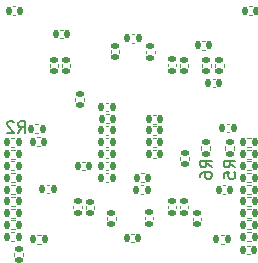
<source format=gbr>
%TF.GenerationSoftware,KiCad,Pcbnew,6.0.10-86aedd382b~118~ubuntu20.04.1*%
%TF.CreationDate,2023-03-05T00:00:34-08:00*%
%TF.ProjectId,ep2c35_trial,65703263-3335-45f7-9472-69616c2e6b69,rev?*%
%TF.SameCoordinates,Original*%
%TF.FileFunction,Legend,Bot*%
%TF.FilePolarity,Positive*%
%FSLAX46Y46*%
G04 Gerber Fmt 4.6, Leading zero omitted, Abs format (unit mm)*
G04 Created by KiCad (PCBNEW 6.0.10-86aedd382b~118~ubuntu20.04.1) date 2023-03-05 00:00:34*
%MOMM*%
%LPD*%
G01*
G04 APERTURE LIST*
G04 Aperture macros list*
%AMRoundRect*
0 Rectangle with rounded corners*
0 $1 Rounding radius*
0 $2 $3 $4 $5 $6 $7 $8 $9 X,Y pos of 4 corners*
0 Add a 4 corners polygon primitive as box body*
4,1,4,$2,$3,$4,$5,$6,$7,$8,$9,$2,$3,0*
0 Add four circle primitives for the rounded corners*
1,1,$1+$1,$2,$3*
1,1,$1+$1,$4,$5*
1,1,$1+$1,$6,$7*
1,1,$1+$1,$8,$9*
0 Add four rect primitives between the rounded corners*
20,1,$1+$1,$2,$3,$4,$5,0*
20,1,$1+$1,$4,$5,$6,$7,0*
20,1,$1+$1,$6,$7,$8,$9,0*
20,1,$1+$1,$8,$9,$2,$3,0*%
G04 Aperture macros list end*
%ADD10C,0.150000*%
%ADD11C,0.120000*%
%ADD12R,1.700000X1.700000*%
%ADD13O,1.700000X1.700000*%
%ADD14R,1.000000X1.000000*%
%ADD15O,1.000000X1.000000*%
%ADD16C,0.460000*%
%ADD17O,0.900000X1.800000*%
%ADD18RoundRect,0.140000X-0.140000X-0.170000X0.140000X-0.170000X0.140000X0.170000X-0.140000X0.170000X0*%
%ADD19RoundRect,0.135000X0.135000X0.185000X-0.135000X0.185000X-0.135000X-0.185000X0.135000X-0.185000X0*%
%ADD20RoundRect,0.135000X-0.135000X-0.185000X0.135000X-0.185000X0.135000X0.185000X-0.135000X0.185000X0*%
%ADD21RoundRect,0.140000X0.170000X-0.140000X0.170000X0.140000X-0.170000X0.140000X-0.170000X-0.140000X0*%
%ADD22RoundRect,0.140000X0.140000X0.170000X-0.140000X0.170000X-0.140000X-0.170000X0.140000X-0.170000X0*%
%ADD23RoundRect,0.140000X-0.170000X0.140000X-0.170000X-0.140000X0.170000X-0.140000X0.170000X0.140000X0*%
%ADD24RoundRect,0.135000X-0.185000X0.135000X-0.185000X-0.135000X0.185000X-0.135000X0.185000X0.135000X0*%
G04 APERTURE END LIST*
D10*
%TO.C,R5*%
X153352380Y-84133333D02*
X152876190Y-83800000D01*
X153352380Y-83561904D02*
X152352380Y-83561904D01*
X152352380Y-83942857D01*
X152400000Y-84038095D01*
X152447619Y-84085714D01*
X152542857Y-84133333D01*
X152685714Y-84133333D01*
X152780952Y-84085714D01*
X152828571Y-84038095D01*
X152876190Y-83942857D01*
X152876190Y-83561904D01*
X152352380Y-85038095D02*
X152352380Y-84561904D01*
X152828571Y-84514285D01*
X152780952Y-84561904D01*
X152733333Y-84657142D01*
X152733333Y-84895238D01*
X152780952Y-84990476D01*
X152828571Y-85038095D01*
X152923809Y-85085714D01*
X153161904Y-85085714D01*
X153257142Y-85038095D01*
X153304761Y-84990476D01*
X153352380Y-84895238D01*
X153352380Y-84657142D01*
X153304761Y-84561904D01*
X153257142Y-84514285D01*
%TO.C,R6*%
X151352380Y-84123333D02*
X150876190Y-83790000D01*
X151352380Y-83551904D02*
X150352380Y-83551904D01*
X150352380Y-83932857D01*
X150400000Y-84028095D01*
X150447619Y-84075714D01*
X150542857Y-84123333D01*
X150685714Y-84123333D01*
X150780952Y-84075714D01*
X150828571Y-84028095D01*
X150876190Y-83932857D01*
X150876190Y-83551904D01*
X150352380Y-84980476D02*
X150352380Y-84790000D01*
X150400000Y-84694761D01*
X150447619Y-84647142D01*
X150590476Y-84551904D01*
X150780952Y-84504285D01*
X151161904Y-84504285D01*
X151257142Y-84551904D01*
X151304761Y-84599523D01*
X151352380Y-84694761D01*
X151352380Y-84885238D01*
X151304761Y-84980476D01*
X151257142Y-85028095D01*
X151161904Y-85075714D01*
X150923809Y-85075714D01*
X150828571Y-85028095D01*
X150780952Y-84980476D01*
X150733333Y-84885238D01*
X150733333Y-84694761D01*
X150780952Y-84599523D01*
X150828571Y-84551904D01*
X150923809Y-84504285D01*
%TO.C,R2*%
X134966666Y-81202380D02*
X135300000Y-80726190D01*
X135538095Y-81202380D02*
X135538095Y-80202380D01*
X135157142Y-80202380D01*
X135061904Y-80250000D01*
X135014285Y-80297619D01*
X134966666Y-80392857D01*
X134966666Y-80535714D01*
X135014285Y-80630952D01*
X135061904Y-80678571D01*
X135157142Y-80726190D01*
X135538095Y-80726190D01*
X134585714Y-80297619D02*
X134538095Y-80250000D01*
X134442857Y-80202380D01*
X134204761Y-80202380D01*
X134109523Y-80250000D01*
X134061904Y-80297619D01*
X134014285Y-80392857D01*
X134014285Y-80488095D01*
X134061904Y-80630952D01*
X134633333Y-81202380D01*
X134014285Y-81202380D01*
D11*
%TO.C,C67*%
X154522164Y-71210000D02*
X154737836Y-71210000D01*
X154522164Y-70490000D02*
X154737836Y-70490000D01*
%TO.C,R24*%
X134663641Y-86620000D02*
X134356359Y-86620000D01*
X134663641Y-87380000D02*
X134356359Y-87380000D01*
%TO.C,R23*%
X134663641Y-87620000D02*
X134356359Y-87620000D01*
X134663641Y-88380000D02*
X134356359Y-88380000D01*
%TO.C,R30*%
X134643641Y-81620000D02*
X134336359Y-81620000D01*
X134643641Y-82380000D02*
X134336359Y-82380000D01*
%TO.C,R14*%
X154336359Y-86380000D02*
X154643641Y-86380000D01*
X154336359Y-85620000D02*
X154643641Y-85620000D01*
%TO.C,C70*%
X140510000Y-78477836D02*
X140510000Y-78262164D01*
X139790000Y-78477836D02*
X139790000Y-78262164D01*
%TO.C,R12*%
X154336359Y-83620000D02*
X154643641Y-83620000D01*
X154336359Y-84380000D02*
X154643641Y-84380000D01*
%TO.C,C46*%
X146627836Y-81640000D02*
X146412164Y-81640000D01*
X146627836Y-82360000D02*
X146412164Y-82360000D01*
%TO.C,C58*%
X146410000Y-88292164D02*
X146410000Y-88507836D01*
X145690000Y-88292164D02*
X145690000Y-88507836D01*
%TO.C,C68*%
X152827836Y-80440000D02*
X152612164Y-80440000D01*
X152827836Y-81160000D02*
X152612164Y-81160000D01*
%TO.C,R26*%
X134663641Y-84620000D02*
X134356359Y-84620000D01*
X134663641Y-85380000D02*
X134356359Y-85380000D01*
%TO.C,C39*%
X142597836Y-83640000D02*
X142382164Y-83640000D01*
X142597836Y-84360000D02*
X142382164Y-84360000D01*
%TO.C,C43*%
X142597836Y-85360000D02*
X142382164Y-85360000D01*
X142597836Y-84640000D02*
X142382164Y-84640000D01*
%TO.C,C57*%
X140372164Y-84360000D02*
X140587836Y-84360000D01*
X140372164Y-83640000D02*
X140587836Y-83640000D01*
%TO.C,C66*%
X138737836Y-73210000D02*
X138522164Y-73210000D01*
X138737836Y-72490000D02*
X138522164Y-72490000D01*
%TO.C,R20*%
X154336359Y-81620000D02*
X154643641Y-81620000D01*
X154336359Y-82380000D02*
X154643641Y-82380000D01*
%TO.C,R22*%
X134663641Y-88620000D02*
X134356359Y-88620000D01*
X134663641Y-89380000D02*
X134356359Y-89380000D01*
%TO.C,R28*%
X134663641Y-83380000D02*
X134356359Y-83380000D01*
X134663641Y-82620000D02*
X134356359Y-82620000D01*
%TO.C,R27*%
X134643641Y-84380000D02*
X134336359Y-84380000D01*
X134643641Y-83620000D02*
X134336359Y-83620000D01*
%TO.C,C31*%
X138640000Y-75412164D02*
X138640000Y-75627836D01*
X139360000Y-75412164D02*
X139360000Y-75627836D01*
%TO.C,C37*%
X142382164Y-81360000D02*
X142597836Y-81360000D01*
X142382164Y-80640000D02*
X142597836Y-80640000D01*
%TO.C,C62*%
X151627836Y-77360000D02*
X151412164Y-77360000D01*
X151627836Y-76640000D02*
X151412164Y-76640000D01*
%TO.C,C60*%
X134727836Y-70490000D02*
X134512164Y-70490000D01*
X134727836Y-71210000D02*
X134512164Y-71210000D01*
%TO.C,C50*%
X134640000Y-91627836D02*
X134640000Y-91412164D01*
X135360000Y-91627836D02*
X135360000Y-91412164D01*
%TO.C,C42*%
X142382164Y-82360000D02*
X142597836Y-82360000D01*
X142382164Y-81640000D02*
X142597836Y-81640000D01*
%TO.C,C61*%
X150562164Y-74160000D02*
X150777836Y-74160000D01*
X150562164Y-73440000D02*
X150777836Y-73440000D01*
%TO.C,C1*%
X148640000Y-75587836D02*
X148640000Y-75372164D01*
X149360000Y-75587836D02*
X149360000Y-75372164D01*
%TO.C,C45*%
X146627836Y-80640000D02*
X146412164Y-80640000D01*
X146627836Y-81360000D02*
X146412164Y-81360000D01*
%TO.C,C44*%
X146627836Y-79690000D02*
X146412164Y-79690000D01*
X146627836Y-80410000D02*
X146412164Y-80410000D01*
%TO.C,C36*%
X139640000Y-87372164D02*
X139640000Y-87587836D01*
X140360000Y-87372164D02*
X140360000Y-87587836D01*
%TO.C,C54*%
X137372164Y-86310000D02*
X137587836Y-86310000D01*
X137372164Y-85590000D02*
X137587836Y-85590000D01*
%TO.C,C59*%
X148690000Y-83477836D02*
X148690000Y-83262164D01*
X149410000Y-83477836D02*
X149410000Y-83262164D01*
%TO.C,R18*%
X154336359Y-89620000D02*
X154643641Y-89620000D01*
X154336359Y-90380000D02*
X154643641Y-90380000D01*
%TO.C,C55*%
X143210000Y-88322164D02*
X143210000Y-88537836D01*
X142490000Y-88322164D02*
X142490000Y-88537836D01*
%TO.C,C63*%
X143510000Y-74437836D02*
X143510000Y-74222164D01*
X142790000Y-74437836D02*
X142790000Y-74222164D01*
%TO.C,C64*%
X145790000Y-74457836D02*
X145790000Y-74242164D01*
X146510000Y-74457836D02*
X146510000Y-74242164D01*
%TO.C,C33*%
X148360000Y-87372164D02*
X148360000Y-87587836D01*
X147640000Y-87372164D02*
X147640000Y-87587836D01*
%TO.C,C53*%
X152292164Y-86360000D02*
X152507836Y-86360000D01*
X152292164Y-85640000D02*
X152507836Y-85640000D01*
%TO.C,C51*%
X154577836Y-90740000D02*
X154362164Y-90740000D01*
X154577836Y-91460000D02*
X154362164Y-91460000D01*
%TO.C,C2*%
X147640000Y-75577836D02*
X147640000Y-75362164D01*
X148360000Y-75577836D02*
X148360000Y-75362164D01*
%TO.C,R21*%
X134643641Y-89620000D02*
X134336359Y-89620000D01*
X134643641Y-90380000D02*
X134336359Y-90380000D01*
%TO.C,C40*%
X142392164Y-79640000D02*
X142607836Y-79640000D01*
X142392164Y-80360000D02*
X142607836Y-80360000D01*
%TO.C,C34*%
X149360000Y-87372164D02*
X149360000Y-87587836D01*
X148640000Y-87372164D02*
X148640000Y-87587836D01*
%TO.C,R17*%
X154336359Y-88620000D02*
X154643641Y-88620000D01*
X154336359Y-89380000D02*
X154643641Y-89380000D01*
%TO.C,R16*%
X154336359Y-87620000D02*
X154643641Y-87620000D01*
X154336359Y-88380000D02*
X154643641Y-88380000D01*
%TO.C,R5*%
X152470000Y-82336359D02*
X152470000Y-82643641D01*
X153230000Y-82336359D02*
X153230000Y-82643641D01*
%TO.C,C49*%
X145342164Y-85640000D02*
X145557836Y-85640000D01*
X145342164Y-86360000D02*
X145557836Y-86360000D01*
%TO.C,R11*%
X154336359Y-82620000D02*
X154643641Y-82620000D01*
X154336359Y-83380000D02*
X154643641Y-83380000D01*
%TO.C,R6*%
X151230000Y-82336359D02*
X151230000Y-82643641D01*
X150470000Y-82336359D02*
X150470000Y-82643641D01*
%TO.C,R2*%
X136356359Y-80470000D02*
X136663641Y-80470000D01*
X136356359Y-81230000D02*
X136663641Y-81230000D01*
%TO.C,C35*%
X140690000Y-87392164D02*
X140690000Y-87607836D01*
X141410000Y-87392164D02*
X141410000Y-87607836D01*
%TO.C,C3*%
X150540000Y-75587836D02*
X150540000Y-75372164D01*
X151260000Y-75587836D02*
X151260000Y-75372164D01*
%TO.C,R15*%
X154336359Y-86620000D02*
X154643641Y-86620000D01*
X154336359Y-87380000D02*
X154643641Y-87380000D01*
%TO.C,C69*%
X144522164Y-89740000D02*
X144737836Y-89740000D01*
X144522164Y-90460000D02*
X144737836Y-90460000D01*
%TO.C,C38*%
X142587836Y-78640000D02*
X142372164Y-78640000D01*
X142587836Y-79360000D02*
X142372164Y-79360000D01*
%TO.C,C4*%
X152360000Y-75587836D02*
X152360000Y-75372164D01*
X151640000Y-75587836D02*
X151640000Y-75372164D01*
%TO.C,C65*%
X144572164Y-72840000D02*
X144787836Y-72840000D01*
X144572164Y-73560000D02*
X144787836Y-73560000D01*
%TO.C,C56*%
X136562164Y-81590000D02*
X136777836Y-81590000D01*
X136562164Y-82310000D02*
X136777836Y-82310000D01*
%TO.C,R25*%
X134663641Y-85620000D02*
X134356359Y-85620000D01*
X134663641Y-86380000D02*
X134356359Y-86380000D01*
%TO.C,R19*%
X152086359Y-90580000D02*
X152393641Y-90580000D01*
X152086359Y-89820000D02*
X152393641Y-89820000D01*
%TO.C,C48*%
X145372164Y-84640000D02*
X145587836Y-84640000D01*
X145372164Y-85360000D02*
X145587836Y-85360000D01*
%TO.C,R13*%
X154336359Y-84620000D02*
X154643641Y-84620000D01*
X154336359Y-85380000D02*
X154643641Y-85380000D01*
%TO.C,C32*%
X137640000Y-75372164D02*
X137640000Y-75587836D01*
X138360000Y-75372164D02*
X138360000Y-75587836D01*
%TO.C,C47*%
X146627836Y-83360000D02*
X146412164Y-83360000D01*
X146627836Y-82640000D02*
X146412164Y-82640000D01*
%TO.C,R29*%
X136893641Y-89820000D02*
X136586359Y-89820000D01*
X136893641Y-90580000D02*
X136586359Y-90580000D01*
%TO.C,C52*%
X150460000Y-88587836D02*
X150460000Y-88372164D01*
X149740000Y-88587836D02*
X149740000Y-88372164D01*
%TO.C,C41*%
X142382164Y-83360000D02*
X142597836Y-83360000D01*
X142382164Y-82640000D02*
X142597836Y-82640000D01*
%TD*%
%LPC*%
D12*
%TO.C,J6*%
X129950000Y-67925000D03*
D13*
X129950000Y-65385000D03*
%TD*%
D14*
%TO.C,J2*%
X171150000Y-101650000D03*
D15*
X171150000Y-102920000D03*
X169880000Y-101650000D03*
X169880000Y-102920000D03*
X168610000Y-101650000D03*
X168610000Y-102920000D03*
X167340000Y-101650000D03*
X167340000Y-102920000D03*
X166070000Y-101650000D03*
X166070000Y-102920000D03*
X164800000Y-101650000D03*
X164800000Y-102920000D03*
X163530000Y-101650000D03*
X163530000Y-102920000D03*
X162260000Y-101650000D03*
X162260000Y-102920000D03*
X160990000Y-101650000D03*
X160990000Y-102920000D03*
X159720000Y-101650000D03*
X159720000Y-102920000D03*
X158450000Y-101650000D03*
X158450000Y-102920000D03*
X157180000Y-101650000D03*
X157180000Y-102920000D03*
X155910000Y-101650000D03*
X155910000Y-102920000D03*
X154640000Y-101650000D03*
X154640000Y-102920000D03*
X153370000Y-101650000D03*
X153370000Y-102920000D03*
X152100000Y-101650000D03*
X152100000Y-102920000D03*
X150830000Y-101650000D03*
X150830000Y-102920000D03*
X149560000Y-101650000D03*
X149560000Y-102920000D03*
X148290000Y-101650000D03*
X148290000Y-102920000D03*
X147020000Y-101650000D03*
X147020000Y-102920000D03*
X145750000Y-101650000D03*
X145750000Y-102920000D03*
%TD*%
D12*
%TO.C,J9*%
X170000000Y-76400000D03*
D13*
X170000000Y-73860000D03*
%TD*%
D12*
%TO.C,J3*%
X180900000Y-100200000D03*
D13*
X183440000Y-100200000D03*
X180900000Y-97660000D03*
X183440000Y-97660000D03*
X180900000Y-95120000D03*
X183440000Y-95120000D03*
X180900000Y-92580000D03*
X183440000Y-92580000D03*
X180900000Y-90040000D03*
X183440000Y-90040000D03*
X180900000Y-87500000D03*
X183440000Y-87500000D03*
X180900000Y-84960000D03*
X183440000Y-84960000D03*
X180900000Y-82420000D03*
X183440000Y-82420000D03*
X180900000Y-79880000D03*
X183440000Y-79880000D03*
X180900000Y-77340000D03*
X183440000Y-77340000D03*
X180900000Y-74800000D03*
X183440000Y-74800000D03*
X180900000Y-72260000D03*
X183440000Y-72260000D03*
X180900000Y-69720000D03*
X183440000Y-69720000D03*
X180900000Y-67180000D03*
X183440000Y-67180000D03*
X180900000Y-64640000D03*
X183440000Y-64640000D03*
X180900000Y-62100000D03*
X183440000Y-62100000D03*
X180900000Y-59560000D03*
X183440000Y-59560000D03*
X180900000Y-57020000D03*
X183440000Y-57020000D03*
X180900000Y-54480000D03*
X183440000Y-54480000D03*
X180900000Y-51940000D03*
X183440000Y-51940000D03*
%TD*%
D12*
%TO.C,J5*%
X129500000Y-49300000D03*
D13*
X129500000Y-51840000D03*
X126960000Y-49300000D03*
X126960000Y-51840000D03*
X124420000Y-49300000D03*
X124420000Y-51840000D03*
X121880000Y-49300000D03*
X121880000Y-51840000D03*
X119340000Y-49300000D03*
X119340000Y-51840000D03*
%TD*%
D14*
%TO.C,J1*%
X143210000Y-101650000D03*
D15*
X143210000Y-102920000D03*
X141940000Y-101650000D03*
X141940000Y-102920000D03*
X140670000Y-101650000D03*
X140670000Y-102920000D03*
X139400000Y-101650000D03*
X139400000Y-102920000D03*
X138130000Y-101650000D03*
X138130000Y-102920000D03*
X136860000Y-101650000D03*
X136860000Y-102920000D03*
X135590000Y-101650000D03*
X135590000Y-102920000D03*
X134320000Y-101650000D03*
X134320000Y-102920000D03*
X133050000Y-101650000D03*
X133050000Y-102920000D03*
X131780000Y-101650000D03*
X131780000Y-102920000D03*
X130510000Y-101650000D03*
X130510000Y-102920000D03*
X129240000Y-101650000D03*
X129240000Y-102920000D03*
X127970000Y-101650000D03*
X127970000Y-102920000D03*
X126700000Y-101650000D03*
X126700000Y-102920000D03*
X125430000Y-101650000D03*
X125430000Y-102920000D03*
X124160000Y-101650000D03*
X124160000Y-102920000D03*
X122890000Y-101650000D03*
X122890000Y-102920000D03*
X121620000Y-101650000D03*
X121620000Y-102920000D03*
X120350000Y-101650000D03*
X120350000Y-102920000D03*
X119080000Y-101650000D03*
X119080000Y-102920000D03*
X117810000Y-101650000D03*
X117810000Y-102920000D03*
%TD*%
D16*
%TO.C,U2*%
X118850000Y-64783750D03*
X118900000Y-68883750D03*
X120950000Y-64783750D03*
X123100000Y-68883750D03*
X125150000Y-64783750D03*
X123100000Y-70833750D03*
X123050000Y-64783750D03*
X125200000Y-68883750D03*
X121000000Y-68883750D03*
X125200000Y-70833750D03*
X125200000Y-66733750D03*
X121000000Y-66733750D03*
X123100000Y-66733750D03*
X118900000Y-66733750D03*
X121000000Y-70833750D03*
X118900000Y-70833750D03*
%TD*%
D12*
%TO.C,J8*%
X166000000Y-73900000D03*
D13*
X166000000Y-76440000D03*
%TD*%
D17*
%TO.C,J4*%
X150725000Y-48650000D03*
X138175000Y-48650000D03*
%TD*%
D12*
%TO.C,J7*%
X169200000Y-61230000D03*
D13*
X169200000Y-58690000D03*
%TD*%
D18*
%TO.C,C67*%
X154150000Y-70850000D03*
X155110000Y-70850000D03*
%TD*%
D19*
%TO.C,R24*%
X135020000Y-87000000D03*
X134000000Y-87000000D03*
%TD*%
%TO.C,R23*%
X135020000Y-88000000D03*
X134000000Y-88000000D03*
%TD*%
%TO.C,R30*%
X135000000Y-82000000D03*
X133980000Y-82000000D03*
%TD*%
D20*
%TO.C,R14*%
X153980000Y-86000000D03*
X155000000Y-86000000D03*
%TD*%
D21*
%TO.C,C70*%
X140150000Y-78850000D03*
X140150000Y-77890000D03*
%TD*%
D20*
%TO.C,R12*%
X153980000Y-84000000D03*
X155000000Y-84000000D03*
%TD*%
D22*
%TO.C,C46*%
X147000000Y-82000000D03*
X146040000Y-82000000D03*
%TD*%
D23*
%TO.C,C58*%
X146050000Y-87920000D03*
X146050000Y-88880000D03*
%TD*%
D22*
%TO.C,C68*%
X153200000Y-80800000D03*
X152240000Y-80800000D03*
%TD*%
D19*
%TO.C,R26*%
X135020000Y-85000000D03*
X134000000Y-85000000D03*
%TD*%
D22*
%TO.C,C39*%
X142970000Y-84000000D03*
X142010000Y-84000000D03*
%TD*%
%TO.C,C43*%
X142970000Y-85000000D03*
X142010000Y-85000000D03*
%TD*%
D18*
%TO.C,C57*%
X140000000Y-84000000D03*
X140960000Y-84000000D03*
%TD*%
D22*
%TO.C,C66*%
X139110000Y-72850000D03*
X138150000Y-72850000D03*
%TD*%
D20*
%TO.C,R20*%
X153980000Y-82000000D03*
X155000000Y-82000000D03*
%TD*%
D19*
%TO.C,R22*%
X135020000Y-89000000D03*
X134000000Y-89000000D03*
%TD*%
%TO.C,R28*%
X135020000Y-83000000D03*
X134000000Y-83000000D03*
%TD*%
%TO.C,R27*%
X135000000Y-84000000D03*
X133980000Y-84000000D03*
%TD*%
D23*
%TO.C,C31*%
X139000000Y-75040000D03*
X139000000Y-76000000D03*
%TD*%
D18*
%TO.C,C37*%
X142010000Y-81000000D03*
X142970000Y-81000000D03*
%TD*%
D22*
%TO.C,C62*%
X152000000Y-77000000D03*
X151040000Y-77000000D03*
%TD*%
%TO.C,C60*%
X135100000Y-70850000D03*
X134140000Y-70850000D03*
%TD*%
D21*
%TO.C,C50*%
X135000000Y-92000000D03*
X135000000Y-91040000D03*
%TD*%
D18*
%TO.C,C42*%
X142010000Y-82000000D03*
X142970000Y-82000000D03*
%TD*%
%TO.C,C61*%
X150190000Y-73800000D03*
X151150000Y-73800000D03*
%TD*%
D21*
%TO.C,C1*%
X149000000Y-75960000D03*
X149000000Y-75000000D03*
%TD*%
D22*
%TO.C,C45*%
X147000000Y-81000000D03*
X146040000Y-81000000D03*
%TD*%
%TO.C,C44*%
X147000000Y-80050000D03*
X146040000Y-80050000D03*
%TD*%
D23*
%TO.C,C36*%
X140000000Y-87000000D03*
X140000000Y-87960000D03*
%TD*%
D18*
%TO.C,C54*%
X137000000Y-85950000D03*
X137960000Y-85950000D03*
%TD*%
D21*
%TO.C,C59*%
X149050000Y-83850000D03*
X149050000Y-82890000D03*
%TD*%
D20*
%TO.C,R18*%
X153980000Y-90000000D03*
X155000000Y-90000000D03*
%TD*%
D23*
%TO.C,C55*%
X142850000Y-87950000D03*
X142850000Y-88910000D03*
%TD*%
D21*
%TO.C,C63*%
X143150000Y-74810000D03*
X143150000Y-73850000D03*
%TD*%
%TO.C,C64*%
X146150000Y-74830000D03*
X146150000Y-73870000D03*
%TD*%
D23*
%TO.C,C33*%
X148000000Y-87000000D03*
X148000000Y-87960000D03*
%TD*%
D18*
%TO.C,C53*%
X151920000Y-86000000D03*
X152880000Y-86000000D03*
%TD*%
D22*
%TO.C,C51*%
X154950000Y-91100000D03*
X153990000Y-91100000D03*
%TD*%
D21*
%TO.C,C2*%
X148000000Y-75950000D03*
X148000000Y-74990000D03*
%TD*%
D19*
%TO.C,R21*%
X135000000Y-90000000D03*
X133980000Y-90000000D03*
%TD*%
D18*
%TO.C,C40*%
X142020000Y-80000000D03*
X142980000Y-80000000D03*
%TD*%
D23*
%TO.C,C34*%
X149000000Y-87000000D03*
X149000000Y-87960000D03*
%TD*%
D20*
%TO.C,R17*%
X153980000Y-89000000D03*
X155000000Y-89000000D03*
%TD*%
%TO.C,R16*%
X153980000Y-88000000D03*
X155000000Y-88000000D03*
%TD*%
D24*
%TO.C,R5*%
X152850000Y-81980000D03*
X152850000Y-83000000D03*
%TD*%
D18*
%TO.C,C49*%
X144970000Y-86000000D03*
X145930000Y-86000000D03*
%TD*%
D20*
%TO.C,R11*%
X153980000Y-83000000D03*
X155000000Y-83000000D03*
%TD*%
D24*
%TO.C,R6*%
X150850000Y-81980000D03*
X150850000Y-83000000D03*
%TD*%
D20*
%TO.C,R2*%
X136000000Y-80850000D03*
X137020000Y-80850000D03*
%TD*%
D23*
%TO.C,C35*%
X141050000Y-87020000D03*
X141050000Y-87980000D03*
%TD*%
D21*
%TO.C,C3*%
X150900000Y-75960000D03*
X150900000Y-75000000D03*
%TD*%
D20*
%TO.C,R15*%
X153980000Y-87000000D03*
X155000000Y-87000000D03*
%TD*%
D18*
%TO.C,C69*%
X144150000Y-90100000D03*
X145110000Y-90100000D03*
%TD*%
D22*
%TO.C,C38*%
X142960000Y-79000000D03*
X142000000Y-79000000D03*
%TD*%
D21*
%TO.C,C4*%
X152000000Y-75960000D03*
X152000000Y-75000000D03*
%TD*%
D18*
%TO.C,C65*%
X144200000Y-73200000D03*
X145160000Y-73200000D03*
%TD*%
%TO.C,C56*%
X136190000Y-81950000D03*
X137150000Y-81950000D03*
%TD*%
D19*
%TO.C,R25*%
X135020000Y-86000000D03*
X134000000Y-86000000D03*
%TD*%
D20*
%TO.C,R19*%
X151730000Y-90200000D03*
X152750000Y-90200000D03*
%TD*%
D18*
%TO.C,C48*%
X145000000Y-85000000D03*
X145960000Y-85000000D03*
%TD*%
D20*
%TO.C,R13*%
X153980000Y-85000000D03*
X155000000Y-85000000D03*
%TD*%
D23*
%TO.C,C32*%
X138000000Y-75000000D03*
X138000000Y-75960000D03*
%TD*%
D22*
%TO.C,C47*%
X147000000Y-83000000D03*
X146040000Y-83000000D03*
%TD*%
D19*
%TO.C,R29*%
X137250000Y-90200000D03*
X136230000Y-90200000D03*
%TD*%
D21*
%TO.C,C52*%
X150100000Y-88960000D03*
X150100000Y-88000000D03*
%TD*%
D18*
%TO.C,C41*%
X142010000Y-83000000D03*
X142970000Y-83000000D03*
%TD*%
M02*

</source>
